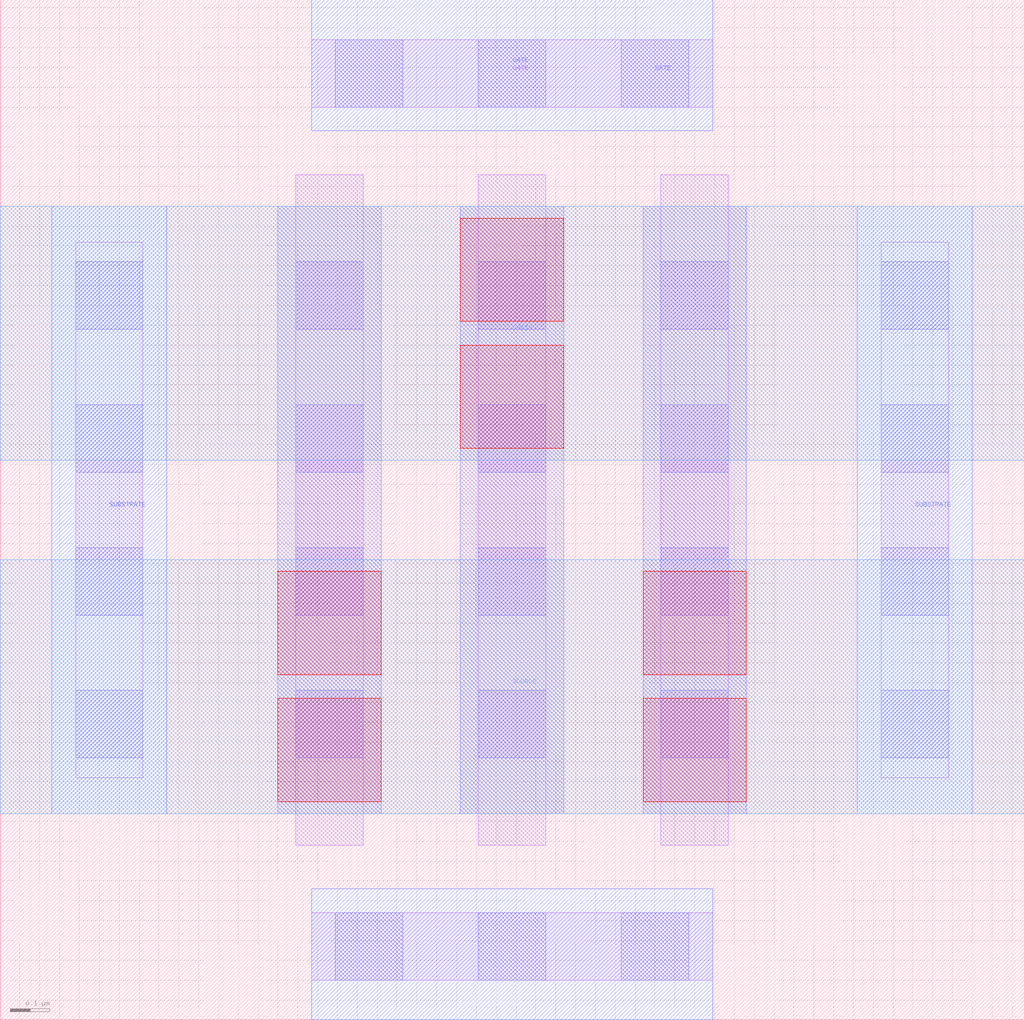
<source format=lef>
# Copyright 2020 The SkyWater PDK Authors
#
# Licensed under the Apache License, Version 2.0 (the "License");
# you may not use this file except in compliance with the License.
# You may obtain a copy of the License at
#
#     https://www.apache.org/licenses/LICENSE-2.0
#
# Unless required by applicable law or agreed to in writing, software
# distributed under the License is distributed on an "AS IS" BASIS,
# WITHOUT WARRANTIES OR CONDITIONS OF ANY KIND, either express or implied.
# See the License for the specific language governing permissions and
# limitations under the License.
#
# SPDX-License-Identifier: Apache-2.0

VERSION 5.7 ;
  NOWIREEXTENSIONATPIN ON ;
  DIVIDERCHAR "/" ;
  BUSBITCHARS "[]" ;
MACRO sky130_fd_pr__rf_nfet_01v8_lvt_aM02W1p65L0p18
  CLASS BLOCK ;
  FOREIGN sky130_fd_pr__rf_nfet_01v8_lvt_aM02W1p65L0p18 ;
  ORIGIN -0.050000 -0.050000 ;
  SIZE  2.580000 BY  2.570000 ;
  PIN DRAIN
    ANTENNADIFFAREA  0.462000 ;
    PORT
      LAYER met2 ;
        RECT 0.050000 1.460000 2.630000 2.100000 ;
    END
  END DRAIN
  PIN GATE
    ANTENNAGATEAREA  0.594000 ;
    PORT
      LAYER li1 ;
        RECT 0.835000 0.150000 1.845000 0.320000 ;
        RECT 0.835000 2.350000 1.845000 2.520000 ;
      LAYER mcon ;
        RECT 0.895000 0.150000 1.065000 0.320000 ;
        RECT 0.895000 2.350000 1.065000 2.520000 ;
        RECT 1.255000 0.150000 1.425000 0.320000 ;
        RECT 1.255000 2.350000 1.425000 2.520000 ;
        RECT 1.615000 0.150000 1.785000 0.320000 ;
        RECT 1.615000 2.350000 1.785000 2.520000 ;
    END
    PORT
      LAYER met1 ;
        RECT 0.835000 0.050000 1.845000 0.380000 ;
        RECT 0.835000 2.290000 1.845000 2.620000 ;
    END
  END GATE
  PIN SOURCE
    ANTENNADIFFAREA  0.924000 ;
    PORT
      LAYER met2 ;
        RECT 0.050000 0.570000 2.630000 1.210000 ;
    END
  END SOURCE
  PIN SUBSTRATE
    ANTENNADIFFAREA  0.478500 ;
    PORT
      LAYER met1 ;
        RECT 0.180000 0.570000 0.470000 2.100000 ;
    END
    PORT
      LAYER met1 ;
        RECT 2.210000 0.570000 2.500000 2.100000 ;
    END
  END SUBSTRATE
  OBS
    LAYER li1 ;
      RECT 0.240000 0.660000 0.410000 2.010000 ;
      RECT 0.795000 0.490000 0.965000 2.180000 ;
      RECT 1.255000 0.490000 1.425000 2.180000 ;
      RECT 1.715000 0.490000 1.885000 2.180000 ;
      RECT 2.270000 0.660000 2.440000 2.010000 ;
    LAYER mcon ;
      RECT 0.240000 0.710000 0.410000 0.880000 ;
      RECT 0.240000 1.070000 0.410000 1.240000 ;
      RECT 0.240000 1.430000 0.410000 1.600000 ;
      RECT 0.240000 1.790000 0.410000 1.960000 ;
      RECT 0.795000 0.710000 0.965000 0.880000 ;
      RECT 0.795000 1.070000 0.965000 1.240000 ;
      RECT 0.795000 1.430000 0.965000 1.600000 ;
      RECT 0.795000 1.790000 0.965000 1.960000 ;
      RECT 1.255000 0.710000 1.425000 0.880000 ;
      RECT 1.255000 1.070000 1.425000 1.240000 ;
      RECT 1.255000 1.430000 1.425000 1.600000 ;
      RECT 1.255000 1.790000 1.425000 1.960000 ;
      RECT 1.715000 0.710000 1.885000 0.880000 ;
      RECT 1.715000 1.070000 1.885000 1.240000 ;
      RECT 1.715000 1.430000 1.885000 1.600000 ;
      RECT 1.715000 1.790000 1.885000 1.960000 ;
      RECT 2.270000 0.710000 2.440000 0.880000 ;
      RECT 2.270000 1.070000 2.440000 1.240000 ;
      RECT 2.270000 1.430000 2.440000 1.600000 ;
      RECT 2.270000 1.790000 2.440000 1.960000 ;
    LAYER met1 ;
      RECT 0.750000 0.570000 1.010000 2.100000 ;
      RECT 1.210000 0.570000 1.470000 2.100000 ;
      RECT 1.670000 0.570000 1.930000 2.100000 ;
    LAYER via ;
      RECT 0.750000 0.600000 1.010000 0.860000 ;
      RECT 0.750000 0.920000 1.010000 1.180000 ;
      RECT 1.210000 1.490000 1.470000 1.750000 ;
      RECT 1.210000 1.810000 1.470000 2.070000 ;
      RECT 1.670000 0.600000 1.930000 0.860000 ;
      RECT 1.670000 0.920000 1.930000 1.180000 ;
  END
END sky130_fd_pr__rf_nfet_01v8_lvt_aM02W1p65L0p18
END LIBRARY

</source>
